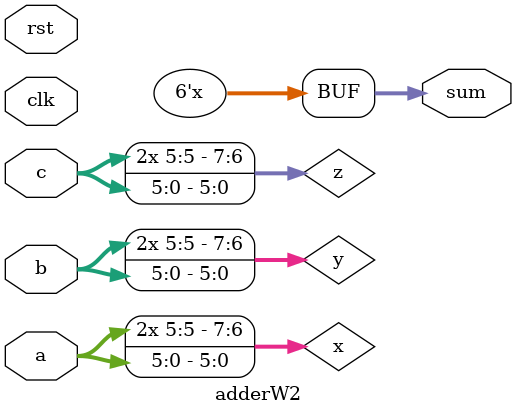
<source format=v>
`timescale 1ns / 1ps

module adderW2(sum, a, b,c,clk,rst);
parameter W=6;
//output carryout;
output reg [W-1:0] sum;
input [W-1:0] a, b, c;
input clk,rst;

reg [W-1:0]a_r,b_r,c_r,sum_1;
  wire [W+1:0] x,y,z,sum_inter_1,sum_inter_2,sum_2;
  assign x = {a[W-1],a[W-1],a};
  assign y = {b[W-1],b[W-1],b};
  assign z = {c[W-1],c[W-1],c};
//assign sum_2={sum_1[W-1],sum_1};

assign {sum_inter} = x+y+z;
//assign {sum_inter_1} = x+y;

always@(sum_inter)
begin
  case({sum_inter[W+1:W-1]})
    3'b000,3'b111,3'b011,3'b100: sum = sum_inter[W-1:0]; //sum_inter[W]=sum_inter[W-1] -> no overflow
    3'b010,3'b001: sum = {1'b0,{(W-1){1'b1}}};    //overflow and msb 0->positive saturation
    3'b101,3'b110: sum = {1'b1,{(W-1){1'b0}}};    //overflow and msb 1->negative saturation
  endcase
end

/*assign {sum_inter_2} = sum_2+z;
always@(sum_inter_2)
begin
  case({sum_inter_2[W:W-1]})
    2'b00,2'b11: sum = sum_inter_2[W-1:0]; 
    2'b01: sum = {1'b0,{(W-1){1'b1}}};
    2'b10: sum = {1'b1,{(W-1){1'b0}}};
  endcase
end*/
  
/*always@(posedge clk)
    begin
    if(rst)
    begin
    a_r<=0;
    b_r<=0;
    end
    
    else
    begin
    a_r<=a;
    b_r<=b;
    end
    
    end*/

endmodule
</source>
